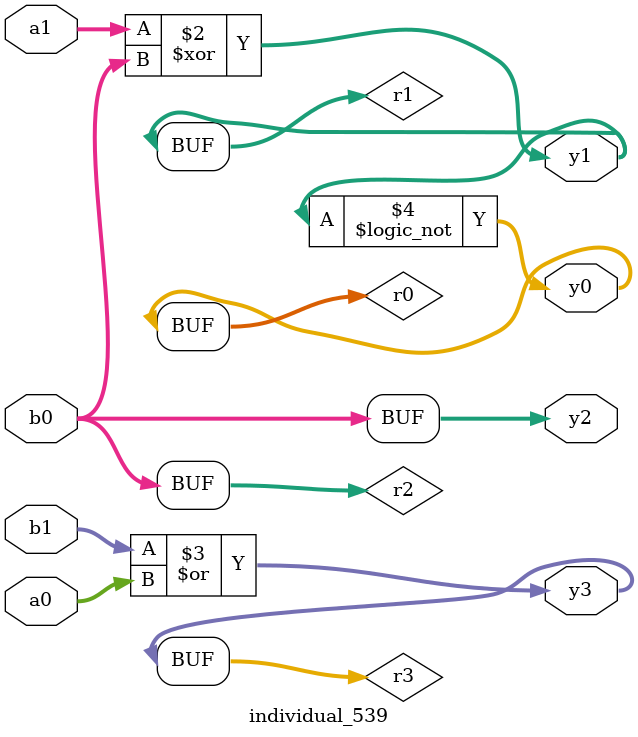
<source format=sv>
module individual_539(input logic [15:0] a1, input logic [15:0] a0, input logic [15:0] b1, input logic [15:0] b0, output logic [15:0] y3, output logic [15:0] y2, output logic [15:0] y1, output logic [15:0] y0);
logic [15:0] r0, r1, r2, r3; 
 always@(*) begin 
	 r0 = a0; r1 = a1; r2 = b0; r3 = b1; 
 	 r1  ^=  b0 ;
 	 r3  |=  r0 ;
 	 r0 = ! r1 ;
 	 y3 = r3; y2 = r2; y1 = r1; y0 = r0; 
end
endmodule
</source>
